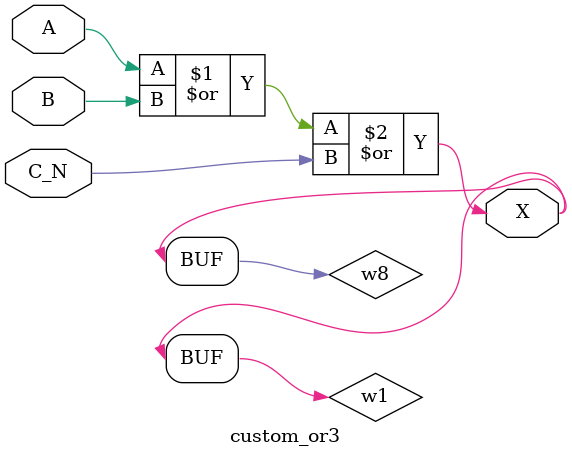
<source format=v>
module custom_or3 (
    input A,
    input B,
    input C_N,
    output X
);

    wire w1, w2, w3, w4, w5, w6, w7, w8;

    or or1 (
        X,
        A,
        B,
        C_N
    );

    or or2 (
        w2,
        A,
        w1,
        C_N
    );

    or or3 (
        w3,
        w1,
        B,
        C_N
    );

    or or4 (
        w4,
        w1,
        w1,
        C_N
    );

    or or5 (
        w5,
        A,
        B,
        w1
    );

    or or6 (
        w6,
        A,
        w1,
        w1
    );

    or or7 (
        w7,
        w1,
        B,
        w1
    );

    or or8 (
        w8,
        w1,
        w1,
        w1
    );

    assign X = w8;

endmodule
</source>
